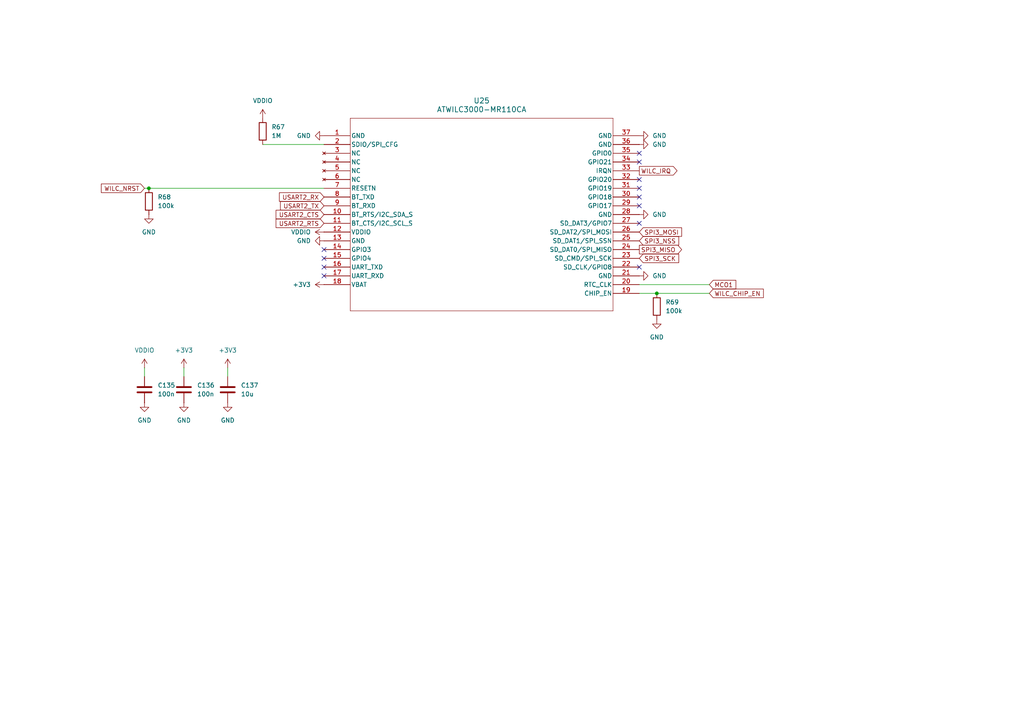
<source format=kicad_sch>
(kicad_sch (version 20250114) (generator "eeschema") (generator_version "9.0")
  (paper "A4")
  (lib_symbols
    (symbol "ATWILC3000:ATWILC3000-MR110CA" (pin_names (offset 0.254))
      (property "Reference" "U" (at 45.72 10.16 0))
      (property "Value" "ATWILC3000-MR110CA" (at 45.72 7.62 0))
      (symbol "ATWILC3000-MR110CA_0_1"
        (polyline (pts (xy 7.62 5.08) (xy 7.62 -50.8)) (stroke (width 0.127)))
        (polyline (pts (xy 7.62 -50.8) (xy 83.82 -50.8)) (stroke (width 0.127)))
        (polyline (pts (xy 83.82 5.08) (xy 7.62 5.08)) (stroke (width 0.127)))
        (polyline (pts (xy 83.82 -50.8) (xy 83.82 5.08)) (stroke (width 0.127)))
        (pin power_out line (at 0 0 0) (length 7.62) (name "GND") (number "1"))
        (pin input line (at 0 -2.54 0) (length 7.62) (name "SDIO/SPI_CFG") (number "2"))
        (pin no_connect line (at 0 -5.08 0) (length 7.62) (name "NC") (number "3"))
        (pin no_connect line (at 0 -7.62 0) (length 7.62) (name "NC") (number "4"))
        (pin no_connect line (at 0 -10.16 0) (length 7.62) (name "NC") (number "5"))
        (pin no_connect line (at 0 -12.7 0) (length 7.62) (name "NC") (number "6"))
        (pin input line (at 0 -15.24 0) (length 7.62) (name "RESETN") (number "7"))
        (pin bidirectional line (at 0 -17.78 0) (length 7.62) (name "BT_TXD") (number "8"))
        (pin bidirectional line (at 0 -20.32 0) (length 7.62) (name "BT_RXD") (number "9"))
        (pin bidirectional line (at 0 -22.86 0) (length 7.62) (name "BT_RTS/I2C_SDA_S") (number "10"))
        (pin bidirectional line (at 0 -25.4 0) (length 7.62) (name "BT_CTS/I2C_SCL_S") (number "11"))
        (pin power_in line (at 0 -27.94 0) (length 7.62) (name "VDDIO") (number "12"))
        (pin power_out line (at 0 -30.48 0) (length 7.62) (name "GND") (number "13"))
        (pin bidirectional line (at 0 -33.02 0) (length 7.62) (name "GPIO3") (number "14"))
        (pin bidirectional line (at 0 -35.56 0) (length 7.62) (name "GPIO4") (number "15"))
        (pin bidirectional line (at 0 -38.1 0) (length 7.62) (name "UART_TXD") (number "16"))
        (pin bidirectional line (at 0 -40.64 0) (length 7.62) (name "UART_RXD") (number "17"))
        (pin power_in line (at 0 -43.18 0) (length 7.62) (name "VBAT") (number "18"))
        (pin power_out line (at 91.44 0 180) (length 7.62) (name "GND") (number "37"))
        (pin power_out line (at 91.44 -2.54 180) (length 7.62) (name "GND") (number "36"))
        (pin bidirectional line (at 91.44 -5.08 180) (length 7.62) (name "GPIO0") (number "35"))
        (pin bidirectional line (at 91.44 -7.62 180) (length 7.62) (name "GPIO21") (number "34"))
        (pin output line (at 91.44 -10.16 180) (length 7.62) (name "IRQN") (number "33"))
        (pin bidirectional line (at 91.44 -12.7 180) (length 7.62) (name "GPIO20") (number "32"))
        (pin bidirectional line (at 91.44 -15.24 180) (length 7.62) (name "GPIO19") (number "31"))
        (pin bidirectional line (at 91.44 -17.78 180) (length 7.62) (name "GPIO18") (number "30"))
        (pin bidirectional line (at 91.44 -20.32 180) (length 7.62) (name "GPIO17") (number "29"))
        (pin power_out line (at 91.44 -22.86 180) (length 7.62) (name "GND") (number "28"))
        (pin bidirectional line (at 91.44 -25.4 180) (length 7.62) (name "SD_DAT3/GPIO7") (number "27"))
        (pin bidirectional line (at 91.44 -27.94 180) (length 7.62) (name "SD_DAT2/SPI_MOSI") (number "26"))
        (pin bidirectional line (at 91.44 -30.48 180) (length 7.62) (name "SD_DAT1/SPI_SSN") (number "25"))
        (pin bidirectional line (at 91.44 -33.02 180) (length 7.62) (name "SD_DAT0/SPI_MISO") (number "24"))
        (pin bidirectional line (at 91.44 -35.56 180) (length 7.62) (name "SD_CMD/SPI_SCK") (number "23"))
        (pin bidirectional line (at 91.44 -38.1 180) (length 7.62) (name "SD_CLK/GPIO8") (number "22"))
        (pin power_out line (at 91.44 -40.64 180) (length 7.62) (name "GND") (number "21"))
        (pin input line (at 91.44 -43.18 180) (length 7.62) (name "RTC_CLK") (number "20"))
        (pin input line (at 91.44 -45.72 180) (length 7.62) (name "CHIP_EN") (number "19"))
      )
    )
    (symbol "Device:C" (pin_numbers (hide yes)) (pin_names (offset 0.254))
      (property "Reference" "C" (at 0.635 2.54 0))
      (property "Value" "C" (at 0.635 -2.54 0))
      (symbol "C_0_1"
        (polyline (pts (xy -2.032 0.762) (xy 2.032 0.762)) (stroke (width 0.508)))
        (polyline (pts (xy -2.032 -0.762) (xy 2.032 -0.762)) (stroke (width 0.508)))
      )
      (symbol "C_1_1"
        (pin passive line (at 0 3.81 270) (length 2.794) (name "~") (number "1"))
        (pin passive line (at 0 -3.81 90) (length 2.794) (name "~") (number "2"))
      )
    )
    (symbol "Device:R" (pin_numbers (hide yes)) (pin_names (offset 0))
      (property "Reference" "R" (at 2.032 0 90))
      (property "Value" "R" (at 0 0 90))
      (symbol "R_0_1"
        (rectangle (start -1.016 -2.54) (end 1.016 2.54) (stroke (width 0.254)))
      )
      (symbol "R_1_1"
        (pin passive line (at 0 3.81 270) (length 1.27) (name "~") (number "1"))
        (pin passive line (at 0 -3.81 90) (length 1.27) (name "~") (number "2"))
      )
    )
    (symbol "power:+3V3" (power) (pin_numbers (hide yes)) (pin_names (offset 0) (hide yes))
      (property "Value" "+3V3" (at 0 3.556 0))
      (symbol "+3V3_0_1"
        (polyline (pts (xy -0.762 1.27) (xy 0 2.54)))
        (polyline (pts (xy 0 2.54) (xy 0.762 1.27)))
        (polyline (pts (xy 0 0) (xy 0 2.54)))
      )
      (symbol "+3V3_1_1"
        (pin power_in line (at 0 0 90) (length 0) (name "~") (number "1"))
      )
    )
    (symbol "power:GND" (power) (pin_numbers (hide yes)) (pin_names (offset 0) (hide yes))
      (property "Value" "GND" (at 0 -3.81 0))
      (symbol "GND_0_1"
        (polyline (pts (xy 0 0) (xy 0 -1.27) (xy 1.27 -1.27) (xy 0 -2.54) (xy -1.27 -1.27) (xy 0 -1.27)))
      )
      (symbol "GND_1_1"
        (pin power_in line (at 0 0 270) (length 0) (name "~") (number "1"))
      )
    )
    (symbol "power:VDD" (power) (pin_numbers (hide yes)) (pin_names (offset 0) (hide yes))
      (property "Value" "VDD" (at 0 3.556 0))
      (symbol "VDD_0_1"
        (polyline (pts (xy -0.762 1.27) (xy 0 2.54)))
        (polyline (pts (xy 0 2.54) (xy 0.762 1.27)))
        (polyline (pts (xy 0 0) (xy 0 2.54)))
      )
      (symbol "VDD_1_1"
        (pin power_in line (at 0 0 90) (length 0) (name "~") (number "1"))
      )
    )
  )
  (junction (at 190.5 85.09))
  (junction (at 43.18 54.61))
  (no_connect (at 185.42 77.47))
  (no_connect (at 185.42 64.77))
  (no_connect (at 185.42 44.45))
  (no_connect (at 93.98 72.39))
  (no_connect (at 185.42 46.99))
  (no_connect (at 93.98 77.47))
  (no_connect (at 93.98 74.93))
  (no_connect (at 185.42 57.15))
  (no_connect (at 185.42 59.69))
  (no_connect (at 93.98 80.01))
  (no_connect (at 185.42 52.07))
  (no_connect (at 185.42 54.61))
  (wire (pts (xy 66.04 106.68) (xy 66.04 109.22)))
  (wire (pts (xy 185.42 82.55) (xy 205.74 82.55)))
  (wire (pts (xy 43.18 54.61) (xy 93.98 54.61)))
  (wire (pts (xy 41.91 54.61) (xy 43.18 54.61)))
  (wire (pts (xy 76.2 41.91) (xy 93.98 41.91)))
  (wire (pts (xy 190.5 85.09) (xy 185.42 85.09)))
  (wire (pts (xy 41.91 106.68) (xy 41.91 109.22)))
  (wire (pts (xy 53.34 106.68) (xy 53.34 109.22)))
  (wire (pts (xy 205.74 85.09) (xy 190.5 85.09)))
  (global_label "USART2_RX" (shape input) (at 93.98 57.15 180) (property "Intersheetrefs" "${INTERSHEET_REFS}" (effects (hide yes))))
  (global_label "SPI3_MISO" (shape output) (at 185.42 72.39 0) (property "Intersheetrefs" "${INTERSHEET_REFS}" (effects (hide yes))))
  (global_label "USART2_RTS" (shape input) (at 93.98 64.77 180) (property "Intersheetrefs" "${INTERSHEET_REFS}" (effects (hide yes))))
  (global_label "USART2_CTS" (shape input) (at 93.98 62.23 180) (property "Intersheetrefs" "${INTERSHEET_REFS}" (effects (hide yes))))
  (global_label "SPI3_NSS" (shape input) (at 185.42 69.85 0) (property "Intersheetrefs" "${INTERSHEET_REFS}" (effects (hide yes))))
  (global_label "USART2_TX" (shape input) (at 93.98 59.69 180) (property "Intersheetrefs" "${INTERSHEET_REFS}" (effects (hide yes))))
  (global_label "WILC_CHIP_EN" (shape input) (at 205.74 85.09 0) (property "Intersheetrefs" "${INTERSHEET_REFS}" (effects (hide yes))))
  (global_label "WILC_NRST" (shape input) (at 41.91 54.61 180) (property "Intersheetrefs" "${INTERSHEET_REFS}" (effects (hide yes))))
  (global_label "SPI3_MOSI" (shape input) (at 185.42 67.31 0) (property "Intersheetrefs" "${INTERSHEET_REFS}" (effects (hide yes))))
  (global_label "WILC_IRQ" (shape output) (at 185.42 49.53 0) (property "Intersheetrefs" "${INTERSHEET_REFS}" (effects (hide yes))))
  (global_label "MCO1" (shape input) (at 205.74 82.55 0) (property "Intersheetrefs" "${INTERSHEET_REFS}" (effects (hide yes))))
  (global_label "SPI3_SCK" (shape input) (at 185.42 74.93 0) (property "Intersheetrefs" "${INTERSHEET_REFS}" (effects (hide yes))))
  (symbol (lib_id "power:GND") (at 190.5 92.71 0) (unit 1)
    (property "Reference" "#PWR0374" (effects (hide yes)))
    (property "Value" "GND" (at 190.5 97.79 0))
    (property "Description" "Power symbol creates a global label with name \"GND\" , ground" (effects (hide yes)))
  )
  (symbol (lib_id "power:GND") (at 93.98 69.85 270) (unit 1)
    (property "Reference" "#PWR0370" (effects (hide yes)))
    (property "Value" "GND" (at 90.17 69.8499 90) (effects (justify right)))
    (property "Description" "Power symbol creates a global label with name \"GND\" , ground" (effects (hide yes)))
  )
  (symbol (lib_id "power:VDD") (at 41.91 106.68 0) (unit 1)
    (property "Reference" "#PWR0375" (effects (hide yes)))
    (property "Value" "VDDIO" (at 41.91 101.6 0))
    (property "Description" "Power symbol creates a global label with name \"VDD\"" (effects (hide yes)))
  )
  (symbol (lib_id "power:GND") (at 66.04 116.84 0) (unit 1)
    (property "Reference" "#PWR0381" (effects (hide yes)))
    (property "Value" "GND" (at 66.04 121.92 0))
    (property "Description" "Power symbol creates a global label with name \"GND\" , ground" (effects (hide yes)))
  )
  (symbol (lib_id "power:GND") (at 185.42 62.23 90) (unit 1)
    (property "Reference" "#PWR0368" (effects (hide yes)))
    (property "Value" "GND" (at 189.23 62.2299 90) (effects (justify right)))
    (property "Description" "Power symbol creates a global label with name \"GND\" , ground" (effects (hide yes)))
  )
  (symbol (lib_id "power:GND") (at 41.91 116.84 0) (unit 1)
    (property "Reference" "#PWR0379" (effects (hide yes)))
    (property "Value" "GND" (at 41.91 121.92 0))
    (property "Description" "Power symbol creates a global label with name \"GND\" , ground" (effects (hide yes)))
  )
  (symbol (lib_id "power:GND") (at 185.42 80.01 90) (unit 1)
    (property "Reference" "#PWR0371" (effects (hide yes)))
    (property "Value" "GND" (at 189.23 80.0099 90) (effects (justify right)))
    (property "Description" "Power symbol creates a global label with name \"GND\" , ground" (effects (hide yes)))
  )
  (symbol (lib_id "Device:C") (at 41.91 113.03 0) (unit 1)
    (property "Reference" "C135" (at 45.72 111.7599 0) (effects (justify left)))
    (property "Value" "100n" (at 45.72 114.2999 0) (effects (justify left)))
    (property "Footprint" "Capacitor_SMD:C_0603_1608Metric" (effects (hide yes)))
  )
  (symbol (lib_id "power:GND") (at 185.42 39.37 90) (unit 1)
    (property "Reference" "#PWR0365" (effects (hide yes)))
    (property "Value" "GND" (at 189.23 39.3699 90) (effects (justify right)))
    (property "Description" "Power symbol creates a global label with name \"GND\" , ground" (effects (hide yes)))
  )
  (symbol (lib_id "power:+3V3") (at 66.04 106.68 0) (unit 1)
    (property "Reference" "#PWR0377" (effects (hide yes)))
    (property "Value" "+3V3" (at 66.04 101.6 0))
    (property "Description" "Power symbol creates a global label with name \"+3V3\"" (effects (hide yes)))
  )
  (symbol (lib_id "power:VDD") (at 76.2 34.29 0) (unit 1)
    (property "Reference" "#PWR0369" (effects (hide yes)))
    (property "Value" "VDDIO" (at 76.2 29.21 0))
    (property "Description" "Power symbol creates a global label with name \"VDD\"" (effects (hide yes)))
  )
  (symbol (lib_id "power:+3V3") (at 53.34 106.68 0) (unit 1)
    (property "Reference" "#PWR0376" (effects (hide yes)))
    (property "Value" "+3V3" (at 53.34 101.6 0))
    (property "Description" "Power symbol creates a global label with name \"+3V3\"" (effects (hide yes)))
  )
  (symbol (lib_id "ATWILC3000:ATWILC3000-MR110CA") (at 93.98 39.37 0) (unit 1)
    (property "Reference" "U25" (at 139.7 29.21 0) (effects (font (size 1.524 1.524))))
    (property "Value" "ATWILC3000-MR110CA" (at 139.7 31.75 0) (effects (font (size 1.524 1.524))))
    (property "Footprint" "footprints:ATWILC3000-MR110CA_MCH" (effects (hide yes)))
    (property "Datasheet" "ATWILC3000-MR110CA" (effects (hide yes)))
  )
  (symbol (lib_id "power:VDD") (at 93.98 67.31 90) (unit 1)
    (property "Reference" "#PWR0372" (effects (hide yes)))
    (property "Value" "VDDIO" (at 90.17 67.3099 90) (effects (justify left)))
    (property "Description" "Power symbol creates a global label with name \"VDD\"" (effects (hide yes)))
  )
  (symbol (lib_id "Device:R") (at 190.5 88.9 0) (unit 1)
    (property "Reference" "R69" (at 193.04 87.6299 0) (effects (justify left)))
    (property "Value" "100k" (at 193.04 90.1699 0) (effects (justify left)))
    (property "Footprint" "Resistor_SMD:R_0603_1608Metric" (effects (hide yes)))
  )
  (symbol (lib_id "power:+3V3") (at 93.98 82.55 90) (unit 1)
    (property "Reference" "#PWR0363" (effects (hide yes)))
    (property "Value" "+3V3" (at 90.17 82.5499 90) (effects (justify left)))
    (property "Description" "Power symbol creates a global label with name \"+3V3\"" (effects (hide yes)))
  )
  (symbol (lib_id "power:GND") (at 185.42 41.91 90) (unit 1)
    (property "Reference" "#PWR0366" (effects (hide yes)))
    (property "Value" "GND" (at 189.23 41.9099 90) (effects (justify right)))
    (property "Description" "Power symbol creates a global label with name \"GND\" , ground" (effects (hide yes)))
  )
  (symbol (lib_id "power:GND") (at 53.34 116.84 0) (unit 1)
    (property "Reference" "#PWR0380" (effects (hide yes)))
    (property "Value" "GND" (at 53.34 121.92 0))
    (property "Description" "Power symbol creates a global label with name \"GND\" , ground" (effects (hide yes)))
  )
  (symbol (lib_id "power:GND") (at 93.98 39.37 270) (unit 1)
    (property "Reference" "#PWR0364" (effects (hide yes)))
    (property "Value" "GND" (at 90.17 39.3699 90) (effects (justify right)))
    (property "Description" "Power symbol creates a global label with name \"GND\" , ground" (effects (hide yes)))
  )
  (symbol (lib_id "Device:R") (at 43.18 58.42 0) (unit 1)
    (property "Reference" "R68" (at 45.72 57.1499 0) (effects (justify left)))
    (property "Value" "100k" (at 45.72 59.6899 0) (effects (justify left)))
    (property "Footprint" "Resistor_SMD:R_0603_1608Metric" (effects (hide yes)))
  )
  (symbol (lib_id "Device:R") (at 76.2 38.1 180) (unit 1)
    (property "Reference" "R67" (at 78.74 36.8299 0) (effects (justify right)))
    (property "Value" "1M" (at 78.74 39.3699 0) (effects (justify right)))
    (property "Footprint" "Resistor_SMD:R_0603_1608Metric" (effects (hide yes)))
  )
  (symbol (lib_id "Device:C") (at 66.04 113.03 0) (unit 1)
    (property "Reference" "C137" (at 69.85 111.76 0) (effects (justify left)))
    (property "Value" "10u" (at 69.85 114.3 0) (effects (justify left)))
    (property "Footprint" "Capacitor_SMD:C_0805_2012Metric" (effects (hide yes)))
  )
  (symbol (lib_id "Device:C") (at 53.34 113.03 0) (unit 1)
    (property "Reference" "C136" (at 57.15 111.7599 0) (effects (justify left)))
    (property "Value" "100n" (at 57.15 114.2999 0) (effects (justify left)))
    (property "Footprint" "Capacitor_SMD:C_0603_1608Metric" (effects (hide yes)))
  )
  (symbol (lib_id "power:GND") (at 43.18 62.23 0) (unit 1)
    (property "Reference" "#PWR0367" (effects (hide yes)))
    (property "Value" "GND" (at 43.18 67.31 0))
    (property "Description" "Power symbol creates a global label with name \"GND\" , ground" (effects (hide yes)))
  )
)
</source>
